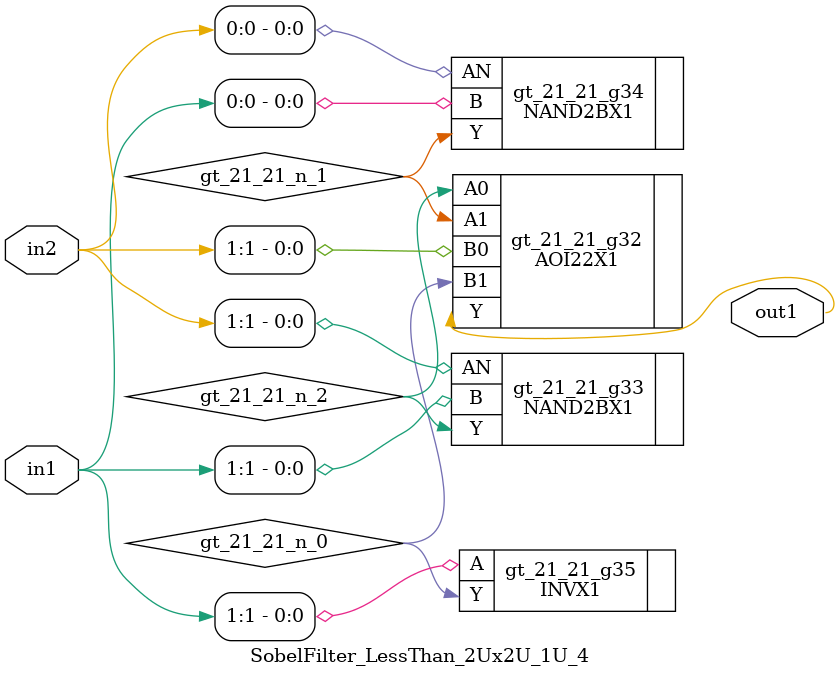
<source format=v>
`timescale 1ps / 1ps


module SobelFilter_LessThan_2Ux2U_1U_4(in2, in1, out1);
  input [1:0] in2, in1;
  output out1;
  wire [1:0] in2, in1;
  wire out1;
  wire gt_21_21_n_0, gt_21_21_n_1, gt_21_21_n_2;
  AOI22X1 gt_21_21_g32(.A0 (gt_21_21_n_2), .A1 (gt_21_21_n_1), .B0
       (in2[1]), .B1 (gt_21_21_n_0), .Y (out1));
  NAND2BX1 gt_21_21_g33(.AN (in2[1]), .B (in1[1]), .Y (gt_21_21_n_2));
  NAND2BX1 gt_21_21_g34(.AN (in2[0]), .B (in1[0]), .Y (gt_21_21_n_1));
  INVX1 gt_21_21_g35(.A (in1[1]), .Y (gt_21_21_n_0));
endmodule


</source>
